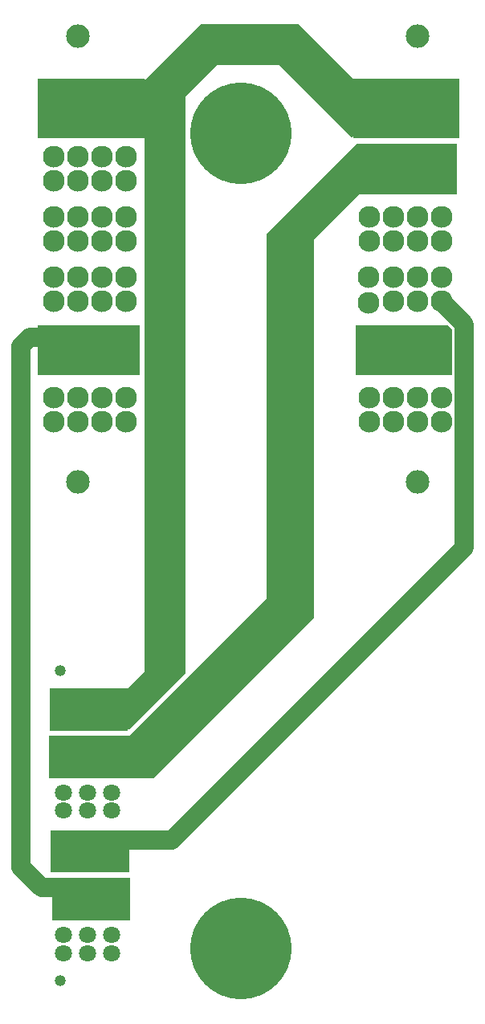
<source format=gtl>
G04 Layer_Physical_Order=1*
G04 Layer_Color=255*
%FSLAX42Y42*%
%MOMM*%
G71*
G01*
G75*
%ADD10C,2.00*%
%ADD11C,2.49*%
%ADD12C,2.30*%
%ADD13C,1.80*%
%ADD14C,1.19*%
%ADD15C,10.70*%
G36*
X5420Y9960D02*
X5410Y9950D01*
X4390D01*
X3910Y9470D01*
X3910Y5490D01*
X2220Y3800D01*
X1120Y3800D01*
Y4250D01*
X1970Y4250D01*
X3410Y5690D01*
X3410Y9530D01*
X3830Y9950D01*
X4370Y10490D01*
X5420D01*
Y9960D01*
D02*
G37*
G36*
X1970Y3240D02*
Y2810D01*
X1140D01*
Y3250D01*
X1966D01*
X1970Y3240D01*
D02*
G37*
G36*
X1975Y2300D02*
X1150D01*
Y2750D01*
X1975D01*
Y2300D01*
D02*
G37*
G36*
X2075Y8050D02*
X1000D01*
Y8575D01*
X2075D01*
Y8050D01*
D02*
G37*
G36*
X4325Y11175D02*
X4325Y10562D01*
X4313Y10557D01*
X3550Y11320D01*
X2895Y11320D01*
X2560Y10985D01*
Y4910D01*
X1962Y4312D01*
X1950Y4317D01*
Y4300D01*
X1125D01*
Y4750D01*
X1950D01*
X2125Y4925D01*
X2125Y10550D01*
X2136Y10562D01*
X2125Y10567D01*
Y10550D01*
X1000D01*
Y11175D01*
X2125D01*
Y11155D01*
X2720Y11750D01*
X3750D01*
X4325Y11175D01*
D02*
G37*
G36*
X5450Y10550D02*
X4325D01*
Y10575D01*
Y11175D01*
X5450D01*
Y10550D01*
D02*
G37*
G36*
X5374Y8526D02*
Y8050D01*
X4350D01*
Y8575D01*
X5325D01*
X5374Y8526D01*
D02*
G37*
D10*
X1043Y2644D02*
X1276D01*
X1784Y3144D02*
X2419D01*
X825Y2862D02*
X1043Y2644D01*
X919Y8444D02*
X1168D01*
X825Y8350D02*
X919Y8444D01*
X825Y2862D02*
Y8350D01*
X2419Y3144D02*
X5500Y6225D01*
Y8584D01*
X5259Y8825D02*
X5500Y8584D01*
D11*
X5005Y11619D02*
D03*
Y6920D02*
D03*
X1422D02*
D03*
Y11619D02*
D03*
D12*
X5259Y10984D02*
D03*
X5005D02*
D03*
X4751D02*
D03*
X4497D02*
D03*
Y10730D02*
D03*
X4751D02*
D03*
X5005D02*
D03*
X5259D02*
D03*
Y10349D02*
D03*
X5005D02*
D03*
X4751D02*
D03*
X4497D02*
D03*
Y10095D02*
D03*
X4751D02*
D03*
X5005D02*
D03*
X5265D02*
D03*
X5259Y9714D02*
D03*
X5005D02*
D03*
X4751D02*
D03*
X4497D02*
D03*
Y9460D02*
D03*
X4751D02*
D03*
X5005D02*
D03*
X5259D02*
D03*
Y9079D02*
D03*
X5005D02*
D03*
X4751D02*
D03*
X4490D02*
D03*
Y8814D02*
D03*
X4751Y8825D02*
D03*
X5005D02*
D03*
X5259D02*
D03*
Y7809D02*
D03*
X5005D02*
D03*
X4751D02*
D03*
X4497D02*
D03*
Y7555D02*
D03*
X4751D02*
D03*
X5005D02*
D03*
X5259D02*
D03*
Y8190D02*
D03*
X5005D02*
D03*
X4751D02*
D03*
X4497D02*
D03*
Y8444D02*
D03*
X4751D02*
D03*
X5005D02*
D03*
X5259D02*
D03*
X1168Y7555D02*
D03*
X1422D02*
D03*
X1676D02*
D03*
X1930D02*
D03*
Y7809D02*
D03*
X1676D02*
D03*
X1422D02*
D03*
X1168D02*
D03*
Y8190D02*
D03*
X1422D02*
D03*
X1676D02*
D03*
X1930D02*
D03*
Y8444D02*
D03*
X1676D02*
D03*
X1422D02*
D03*
X1168D02*
D03*
Y8825D02*
D03*
X1422D02*
D03*
X1676D02*
D03*
X1930D02*
D03*
Y9079D02*
D03*
X1676D02*
D03*
X1422D02*
D03*
X1168D02*
D03*
Y9460D02*
D03*
X1422D02*
D03*
X1676D02*
D03*
X1930D02*
D03*
Y9714D02*
D03*
X1676D02*
D03*
X1422D02*
D03*
X1168D02*
D03*
Y10095D02*
D03*
X1422D02*
D03*
X1676D02*
D03*
X1930D02*
D03*
Y10349D02*
D03*
X1676D02*
D03*
X1422D02*
D03*
X1168D02*
D03*
Y10730D02*
D03*
X1422D02*
D03*
X1676D02*
D03*
X1930D02*
D03*
Y10984D02*
D03*
X1676D02*
D03*
X1422D02*
D03*
X1168D02*
D03*
D13*
X1276Y4644D02*
D03*
Y4456D02*
D03*
X1784Y4644D02*
D03*
X1530Y4456D02*
D03*
X1784D02*
D03*
X1530Y4644D02*
D03*
Y4144D02*
D03*
X1276D02*
D03*
X1784D02*
D03*
Y3956D02*
D03*
X1530D02*
D03*
X1276D02*
D03*
Y3644D02*
D03*
X1530D02*
D03*
X1784D02*
D03*
Y3456D02*
D03*
X1526D02*
D03*
X1276D02*
D03*
Y3144D02*
D03*
X1530D02*
D03*
X1784D02*
D03*
Y2956D02*
D03*
X1530D02*
D03*
X1276D02*
D03*
Y2644D02*
D03*
X1530D02*
D03*
X1784D02*
D03*
Y2456D02*
D03*
X1530D02*
D03*
X1276D02*
D03*
Y2144D02*
D03*
X1530D02*
D03*
X1784D02*
D03*
Y1956D02*
D03*
X1530D02*
D03*
X1276D02*
D03*
D14*
X1238Y4932D02*
D03*
Y1668D02*
D03*
D15*
X3146Y10600D02*
D03*
Y2000D02*
D03*
M02*

</source>
